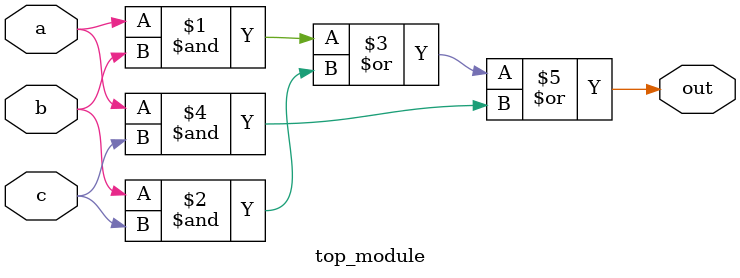
<source format=sv>
module top_module(
    input a,
    input b,
    input c,
    output out
);

    assign out = (a & b) | (b & c) | (a & c);

endmodule

</source>
